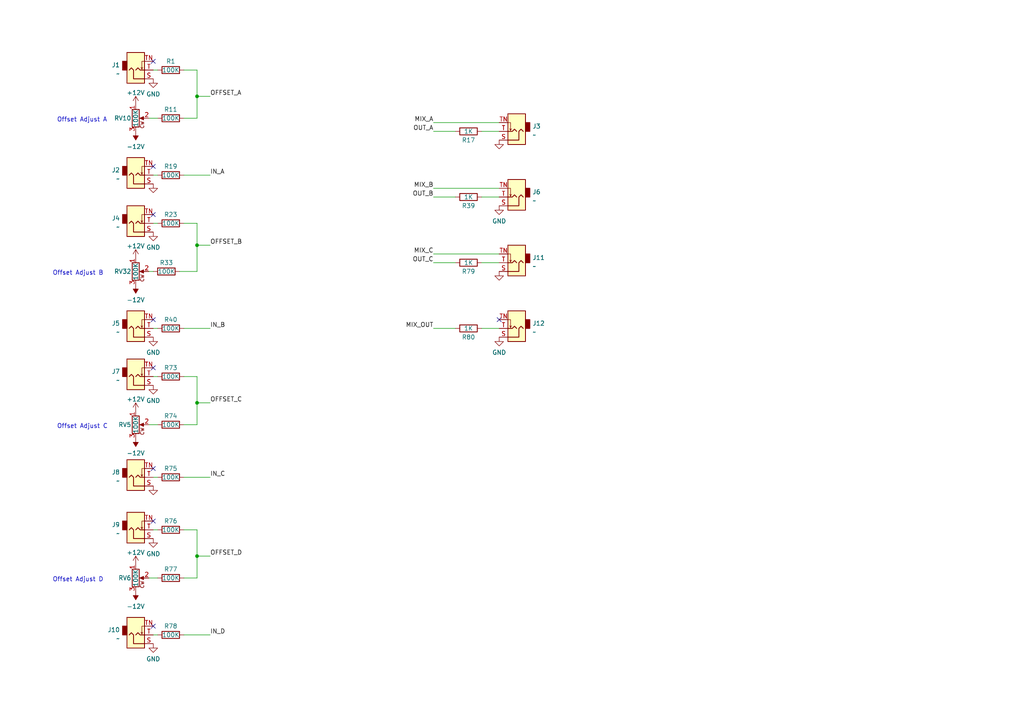
<source format=kicad_sch>
(kicad_sch (version 20211123) (generator eeschema)
  (paper "A4")
  (lib_symbols
    (symbol "Connector:AudioJack2_SwitchT"
      (property "Reference" "J" (at 0 8.89 0))
      (property "Value" "AudioJack2_SwitchT" (at 0 6.35 0))
      (symbol "AudioJack2_SwitchT_0_1"
        (rectangle (start -2.54 0) (end -3.81 -2.54) (stroke (width 0.254)) (fill (type outline)))
        (polyline (pts (xy 1.778 -0.254) (xy 2.032 -0.762)))
        (polyline (pts (xy 0 0) (xy 0.635 -0.635) (xy 1.27 0) (xy 2.54 0)) (stroke (width 0.254)))
        (polyline (pts (xy 2.54 -2.54) (xy 1.778 -2.54) (xy 1.778 -0.254) (xy 1.524 -0.762)))
        (polyline (pts (xy 2.54 2.54) (xy -0.635 2.54) (xy -0.635 0) (xy -1.27 -0.635) (xy -1.905 0)) (stroke (width 0.254)))
        (rectangle (start 2.54 3.81) (end -2.54 -5.08) (stroke (width 0.254)) (fill (type background)))
      )
      (symbol "AudioJack2_SwitchT_1_1"
        (pin passive line (at 5.08 2.54 180) (length 2.54) (name "~") (number "S"))
        (pin passive line (at 5.08 0 180) (length 2.54) (name "~") (number "T"))
        (pin passive line (at 5.08 -2.54 180) (length 2.54) (name "~") (number "TN"))
      )
    )
    (symbol "Device:R" (pin_numbers hide) (pin_names (offset 0))
      (property "Reference" "R" (at 2.032 0 90))
      (property "Value" "R" (at 0 0 90))
      (symbol "R_0_1"
        (rectangle (start -1.016 -2.54) (end 1.016 2.54) (stroke (width 0.254)))
      )
      (symbol "R_1_1"
        (pin passive line (at 0 3.81 270) (length 1.27) (name "~") (number "1"))
        (pin passive line (at 0 -3.81 90) (length 1.27) (name "~") (number "2"))
      )
    )
    (symbol "Eurorack:Alpha_Pot" (pin_names (offset 1.016) hide)
      (property "Reference" "RV" (at -4.445 0 90))
      (property "Value" "Alpha_Pot" (at -2.54 0 90))
      (symbol "Alpha_Pot_0_0"
        (text "CW" (at 1.905 -1.905 900) (effects (font (size 1 1))))
      )
      (symbol "Alpha_Pot_0_1"
        (polyline (pts (xy 2.54 0) (xy 1.524 0)))
        (polyline (pts (xy 1.143 0) (xy 2.286 0.508) (xy 2.286 -0.508) (xy 1.143 0)) (fill (type outline)))
        (rectangle (start 1.016 2.54) (end -1.016 -2.54) (stroke (width 0.254)))
      )
      (symbol "Alpha_Pot_1_1"
        (pin passive line (at 0 3.81 270) (length 1.27) (name "1") (number "1"))
        (pin passive line (at 3.81 0 180) (length 1.27) (name "2") (number "2"))
        (pin passive line (at 0 -3.81 90) (length 1.27) (name "3") (number "3"))
      )
    )
    (symbol "power:+12V" (power) (pin_names (offset 0))
      (property "Value" "+12V" (at 0 3.556 0))
      (symbol "+12V_0_1"
        (polyline (pts (xy -0.762 1.27) (xy 0 2.54)))
        (polyline (pts (xy 0 0) (xy 0 2.54)))
        (polyline (pts (xy 0 2.54) (xy 0.762 1.27)))
      )
      (symbol "+12V_1_1"
        (pin power_in line (at 0 0 90) (length 0) hide (name "+12V") (number "1"))
      )
    )
    (symbol "power:-12V" (power) (pin_names (offset 0))
      (property "Value" "-12V" (at 0 3.81 0))
      (symbol "-12V_0_0"
        (pin power_in line (at 0 0 90) (length 0) hide (name "-12V") (number "1"))
      )
      (symbol "-12V_0_1"
        (polyline (pts (xy 0 0) (xy 0 1.27) (xy 0.762 1.27) (xy 0 2.54) (xy -0.762 1.27) (xy 0 1.27)) (fill (type outline)))
      )
    )
    (symbol "power:GND" (power) (pin_names (offset 0))
      (property "Value" "GND" (at 0 -3.81 0))
      (symbol "GND_0_1"
        (polyline (pts (xy 0 0) (xy 0 -1.27) (xy 1.27 -1.27) (xy 0 -2.54) (xy -1.27 -1.27) (xy 0 -1.27)))
      )
      (symbol "GND_1_1"
        (pin power_in line (at 0 0 270) (length 0) hide (name "GND") (number "1"))
      )
    )
  )
  (junction (at 57.15 116.84))
  (junction (at 57.15 161.29))
  (junction (at 57.15 27.94))
  (junction (at 57.15 71.12))
  (no_connect (at 44.45 106.68))
  (no_connect (at 44.45 48.26))
  (no_connect (at 44.45 17.78))
  (no_connect (at 44.45 62.23))
  (no_connect (at 44.45 181.61))
  (no_connect (at 144.78 92.71))
  (no_connect (at 44.45 151.13))
  (no_connect (at 44.45 92.71))
  (no_connect (at 44.45 135.89))
  (wire (pts (xy 132.08 57.15) (xy 125.73 57.15)))
  (wire (pts (xy 44.45 20.32) (xy 45.72 20.32)))
  (wire (pts (xy 57.15 71.12) (xy 57.15 78.74)))
  (wire (pts (xy 139.7 76.2) (xy 144.78 76.2)))
  (wire (pts (xy 43.18 167.64) (xy 45.72 167.64)))
  (wire (pts (xy 57.15 20.32) (xy 57.15 27.94)))
  (wire (pts (xy 57.15 64.77) (xy 53.34 64.77)))
  (wire (pts (xy 44.45 109.22) (xy 45.72 109.22)))
  (wire (pts (xy 132.08 38.1) (xy 125.73 38.1)))
  (wire (pts (xy 44.45 50.8) (xy 45.72 50.8)))
  (wire (pts (xy 43.18 123.19) (xy 45.72 123.19)))
  (wire (pts (xy 132.08 76.2) (xy 125.73 76.2)))
  (wire (pts (xy 60.96 184.15) (xy 53.34 184.15)))
  (wire (pts (xy 125.73 54.61) (xy 144.78 54.61)))
  (wire (pts (xy 57.15 27.94) (xy 57.15 34.29)))
  (wire (pts (xy 139.7 38.1) (xy 144.78 38.1)))
  (wire (pts (xy 45.72 64.77) (xy 44.45 64.77)))
  (wire (pts (xy 44.45 153.67) (xy 45.72 153.67)))
  (wire (pts (xy 57.15 34.29) (xy 53.34 34.29)))
  (wire (pts (xy 44.45 95.25) (xy 45.72 95.25)))
  (wire (pts (xy 57.15 71.12) (xy 60.96 71.12)))
  (wire (pts (xy 57.15 161.29) (xy 57.15 167.64)))
  (wire (pts (xy 57.15 161.29) (xy 60.96 161.29)))
  (wire (pts (xy 139.7 57.15) (xy 144.78 57.15)))
  (wire (pts (xy 57.15 123.19) (xy 53.34 123.19)))
  (wire (pts (xy 57.15 27.94) (xy 60.96 27.94)))
  (wire (pts (xy 44.45 138.43) (xy 45.72 138.43)))
  (wire (pts (xy 44.45 184.15) (xy 45.72 184.15)))
  (wire (pts (xy 125.73 73.66) (xy 144.78 73.66)))
  (wire (pts (xy 60.96 138.43) (xy 53.34 138.43)))
  (wire (pts (xy 57.15 116.84) (xy 57.15 123.19)))
  (wire (pts (xy 57.15 20.32) (xy 53.34 20.32)))
  (wire (pts (xy 125.73 35.56) (xy 144.78 35.56)))
  (wire (pts (xy 57.15 153.67) (xy 57.15 161.29)))
  (wire (pts (xy 57.15 109.22) (xy 57.15 116.84)))
  (wire (pts (xy 60.96 95.25) (xy 53.34 95.25)))
  (wire (pts (xy 132.08 95.25) (xy 125.73 95.25)))
  (wire (pts (xy 57.15 109.22) (xy 53.34 109.22)))
  (wire (pts (xy 57.15 116.84) (xy 60.96 116.84)))
  (wire (pts (xy 52.07 78.74) (xy 57.15 78.74)))
  (wire (pts (xy 53.34 167.64) (xy 57.15 167.64)))
  (wire (pts (xy 43.18 78.74) (xy 44.45 78.74)))
  (wire (pts (xy 53.34 153.67) (xy 57.15 153.67)))
  (wire (pts (xy 60.96 50.8) (xy 53.34 50.8)))
  (wire (pts (xy 139.7 95.25) (xy 144.78 95.25)))
  (wire (pts (xy 43.18 34.29) (xy 45.72 34.29)))
  (wire (pts (xy 57.15 64.77) (xy 57.15 71.12)))
  (text "Offset Adjust D" (at 15.24 168.91 0) (effects (font (size 1.27 1.27)) (justify left bottom)))
  (text "Offset Adjust C" (at 16.51 124.46 0) (effects (font (size 1.27 1.27)) (justify left bottom)))
  (text "Offset Adjust B" (at 15.24 80.01 0) (effects (font (size 1.27 1.27)) (justify left bottom)))
  (text "Offset Adjust A" (at 16.51 35.56 0) (effects (font (size 1.27 1.27)) (justify left bottom)))
  (label "OFFSET_A" (at 60.96 27.94 0))
  (label "MIX_OUT" (at 125.73 95.25 180))
  (label "OFFSET_D" (at 60.96 161.29 0))
  (label "IN_A" (at 60.96 50.8 0))
  (label "MIX_A" (at 125.73 35.56 180))
  (label "OUT_A" (at 125.73 38.1 180))
  (label "MIX_B" (at 125.73 54.61 180))
  (label "OUT_C" (at 125.73 76.2 180))
  (label "OFFSET_C" (at 60.96 116.84 0))
  (label "IN_D" (at 60.96 184.15 0))
  (label "IN_B" (at 60.96 95.25 0))
  (label "MIX_C" (at 125.73 73.66 180))
  (label "IN_C" (at 60.96 138.43 0))
  (label "OFFSET_B" (at 60.96 71.12 0))
  (label "OUT_B" (at 125.73 57.15 180))
  (symbol (lib_id "Device:R") (at 49.53 153.67 90) (unit 1)
    (property "Reference" "R76" (at 49.53 151.13 90))
    (property "Value" "100K" (at 49.53 153.67 90))
  )
  (symbol (lib_id "Device:R") (at 48.26 78.74 90) (unit 1)
    (property "Reference" "R33" (at 48.26 76.2 90))
    (property "Value" "100K" (at 48.26 78.74 90))
  )
  (symbol (lib_id "Connector:AudioJack2_SwitchT") (at 149.86 38.1 180) (unit 1)
    (property "Reference" "J3" (at 154.432 36.6303 0) (effects (justify right)))
    (property "Value" "~" (at 154.432 39.1672 0) (effects (justify right)))
    (property "Footprint" "SamacSys_Parts:Thonkiconn" (effects hide))
  )
  (symbol (lib_id "Connector:AudioJack2_SwitchT") (at 39.37 109.22 0) (mirror x) (unit 1)
    (property "Reference" "J7" (at 34.7981 107.7503 0) (effects (justify right)))
    (property "Value" "~" (at 34.7981 110.2872 0) (effects (justify right)))
    (property "Footprint" "SamacSys_Parts:Thonkiconn" (effects hide))
  )
  (symbol (lib_id "power:GND") (at 144.78 78.74 0) (mirror y) (unit 1)
    (property "Reference" "#PWR0181" (effects hide))
    (property "Value" "GND" (effects hide))
  )
  (symbol (lib_id "Device:R") (at 49.53 95.25 90) (unit 1)
    (property "Reference" "R40" (at 49.53 92.71 90))
    (property "Value" "100K" (at 49.53 95.25 90))
  )
  (symbol (lib_id "power:GND") (at 144.78 97.79 0) (mirror y) (unit 1)
    (property "Reference" "#PWR0182" (effects hide))
    (property "Value" "~" (at 144.78 102.2334 0))
  )
  (symbol (lib_id "power:GND") (at 44.45 111.76 0) (unit 1)
    (property "Reference" "#PWR0183" (effects hide))
    (property "Value" "~" (at 44.45 116.2034 0))
  )
  (symbol (lib_id "power:+12V") (at 39.37 74.93 0) (unit 1)
    (property "Reference" "#PWR0142" (effects hide))
    (property "Value" "+12V" (at 39.37 71.3542 0))
  )
  (symbol (lib_id "power:GND") (at 44.45 67.31 0) (unit 1)
    (property "Reference" "#PWR0139" (effects hide))
    (property "Value" "~" (at 44.45 71.7534 0))
  )
  (symbol (lib_id "power:GND") (at 144.78 59.69 0) (mirror y) (unit 1)
    (property "Reference" "#PWR0136" (effects hide))
    (property "Value" "~" (at 144.78 64.1334 0))
  )
  (symbol (lib_id "Connector:AudioJack2_SwitchT") (at 39.37 64.77 0) (mirror x) (unit 1)
    (property "Reference" "J4" (at 34.7981 63.3003 0) (effects (justify right)))
    (property "Value" "~" (at 34.7981 65.8372 0) (effects (justify right)))
  )
  (symbol (lib_id "Device:R") (at 49.53 50.8 90) (unit 1)
    (property "Reference" "R19" (at 49.53 48.26 90))
    (property "Value" "100K" (at 49.53 50.8 90))
  )
  (symbol (lib_id "Device:R") (at 49.53 64.77 90) (unit 1)
    (property "Reference" "R23" (at 49.53 62.23 90))
    (property "Value" "100K" (at 49.53 64.77 90))
  )
  (symbol (lib_id "power:GND") (at 144.78 40.64 0) (mirror y) (unit 1)
    (property "Reference" "#PWR0121" (effects hide))
    (property "Value" "GND" (effects hide))
  )
  (symbol (lib_id "power:-12V") (at 39.37 38.1 180) (unit 1)
    (property "Reference" "#PWR0123" (effects hide))
    (property "Value" "-12V" (at 39.37 42.5434 0))
  )
  (symbol (lib_id "power:+12V") (at 39.37 30.48 0) (unit 1)
    (property "Reference" "#PWR0119" (effects hide))
    (property "Value" "+12V" (at 39.37 26.9042 0))
  )
  (symbol (lib_id "Connector:AudioJack2_SwitchT") (at 39.37 95.25 0) (mirror x) (unit 1)
    (property "Reference" "J5" (at 34.7981 93.7803 0) (effects (justify right)))
    (property "Value" "~" (at 34.7981 96.3172 0) (effects (justify right)))
  )
  (symbol (lib_id "power:+12V") (at 39.37 163.83 0) (unit 1)
    (property "Reference" "#PWR0188" (effects hide))
    (property "Value" "+12V" (at 39.37 160.2542 0))
  )
  (symbol (lib_id "Device:R") (at 135.89 38.1 270) (unit 1)
    (property "Reference" "R17" (at 135.89 40.64 90))
    (property "Value" "1K" (at 135.89 38.1 90))
  )
  (symbol (lib_id "Connector:AudioJack2_SwitchT") (at 149.86 57.15 180) (unit 1)
    (property "Reference" "J6" (at 154.432 55.6803 0) (effects (justify right)))
    (property "Value" "~" (at 154.432 58.2172 0) (effects (justify right)))
  )
  (symbol (lib_id "Connector:AudioJack2_SwitchT") (at 149.86 95.25 180) (unit 1)
    (property "Reference" "J12" (at 154.432 93.7803 0) (effects (justify right)))
    (property "Value" "~" (at 154.432 96.3172 0) (effects (justify right)))
  )
  (symbol (lib_id "Connector:AudioJack2_SwitchT") (at 39.37 138.43 0) (mirror x) (unit 1)
    (property "Reference" "J8" (at 34.7981 136.9603 0) (effects (justify right)))
    (property "Value" "~" (at 34.7981 139.4972 0) (effects (justify right)))
  )
  (symbol (lib_id "Connector:AudioJack2_SwitchT") (at 149.86 76.2 180) (unit 1)
    (property "Reference" "J11" (at 154.432 74.7303 0) (effects (justify right)))
    (property "Value" "~" (at 154.432 77.2672 0) (effects (justify right)))
    (property "Footprint" "SamacSys_Parts:Thonkiconn" (effects hide))
  )
  (symbol (lib_id "Connector:AudioJack2_SwitchT") (at 39.37 50.8 0) (mirror x) (unit 1)
    (property "Reference" "J2" (at 34.7981 49.3303 0) (effects (justify right)))
    (property "Value" "~" (at 34.7981 51.8672 0) (effects (justify right)))
  )
  (symbol (lib_id "Device:R") (at 49.53 123.19 90) (unit 1)
    (property "Reference" "R74" (at 49.53 120.65 90))
    (property "Value" "100K" (at 49.53 123.19 90))
  )
  (symbol (lib_id "Eurorack:Alpha_Pot") (at 39.37 78.74 0) (unit 1)
    (property "Reference" "RV32" (at 38.1 78.74 0) (effects (justify right)))
    (property "Value" "100K" (at 39.37 76.2 90) (effects (justify right)))
  )
  (symbol (lib_id "power:-12V") (at 39.37 127 180) (unit 1)
    (property "Reference" "#PWR0185" (effects hide))
    (property "Value" "-12V" (at 39.37 131.4434 0))
  )
  (symbol (lib_id "power:-12V") (at 39.37 82.55 180) (unit 1)
    (property "Reference" "#PWR0141" (effects hide))
    (property "Value" "-12V" (at 39.37 86.9934 0))
  )
  (symbol (lib_id "Connector:AudioJack2_SwitchT") (at 39.37 184.15 0) (mirror x) (unit 1)
    (property "Reference" "J10" (at 34.7981 182.6803 0) (effects (justify right)))
    (property "Value" "~" (at 34.7981 185.2172 0) (effects (justify right)))
  )
  (symbol (lib_id "Device:R") (at 135.89 95.25 270) (unit 1)
    (property "Reference" "R80" (at 135.89 97.79 90))
    (property "Value" "1K" (at 135.89 95.25 90))
  )
  (symbol (lib_id "Eurorack:Alpha_Pot") (at 39.37 167.64 0) (unit 1)
    (property "Reference" "RV6" (at 38.1 167.64 0) (effects (justify right)))
    (property "Value" "100K" (at 39.37 165.1 90) (effects (justify right)))
  )
  (symbol (lib_id "Device:R") (at 49.53 20.32 90) (unit 1)
    (property "Reference" "R1" (at 49.53 17.78 90))
    (property "Value" "100K" (at 49.53 20.32 90))
  )
  (symbol (lib_id "Eurorack:Alpha_Pot") (at 39.37 34.29 0) (unit 1)
    (property "Reference" "RV10" (at 38.1 34.29 0) (effects (justify right)))
    (property "Value" "100K" (at 39.37 31.75 90) (effects (justify right)))
  )
  (symbol (lib_id "Device:R") (at 49.53 138.43 90) (unit 1)
    (property "Reference" "R75" (at 49.53 135.89 90))
    (property "Value" "100K" (at 49.53 138.43 90))
  )
  (symbol (lib_id "power:GND") (at 44.45 22.86 0) (unit 1)
    (property "Reference" "#PWR0120" (effects hide))
    (property "Value" "~" (at 44.45 27.3034 0))
  )
  (symbol (lib_id "power:GND") (at 44.45 140.97 0) (unit 1)
    (property "Reference" "#PWR0186" (effects hide))
    (property "Value" "GND" (effects hide))
  )
  (symbol (lib_id "power:GND") (at 44.45 97.79 0) (unit 1)
    (property "Reference" "#PWR0133" (effects hide))
    (property "Value" "~" (at 44.45 102.2334 0))
  )
  (symbol (lib_id "Device:R") (at 49.53 184.15 90) (unit 1)
    (property "Reference" "R78" (at 49.53 181.61 90))
    (property "Value" "100K" (at 49.53 184.15 90))
  )
  (symbol (lib_id "power:GND") (at 44.45 53.34 0) (unit 1)
    (property "Reference" "#PWR0124" (effects hide))
    (property "Value" "GND" (effects hide))
  )
  (symbol (lib_id "Connector:AudioJack2_SwitchT") (at 39.37 153.67 0) (mirror x) (unit 1)
    (property "Reference" "J9" (at 34.7981 152.2003 0) (effects (justify right)))
    (property "Value" "~" (at 34.7981 154.7372 0) (effects (justify right)))
  )
  (symbol (lib_id "power:-12V") (at 39.37 171.45 180) (unit 1)
    (property "Reference" "#PWR0189" (effects hide))
    (property "Value" "-12V" (at 39.37 175.8934 0))
  )
  (symbol (lib_id "power:GND") (at 44.45 156.21 0) (unit 1)
    (property "Reference" "#PWR0187" (effects hide))
    (property "Value" "~" (at 44.45 160.6534 0))
  )
  (symbol (lib_id "power:GND") (at 44.45 186.69 0) (unit 1)
    (property "Reference" "#PWR0190" (effects hide))
    (property "Value" "~" (at 44.45 191.1334 0))
  )
  (symbol (lib_id "Eurorack:Alpha_Pot") (at 39.37 123.19 0) (unit 1)
    (property "Reference" "RV5" (at 38.1 123.19 0) (effects (justify right)))
    (property "Value" "100K" (at 39.37 120.65 90) (effects (justify right)))
  )
  (symbol (lib_id "Device:R") (at 49.53 34.29 90) (unit 1)
    (property "Reference" "R11" (at 49.53 31.75 90))
    (property "Value" "100K" (at 49.53 34.29 90))
  )
  (symbol (lib_id "Device:R") (at 49.53 109.22 90) (unit 1)
    (property "Reference" "R73" (at 49.53 106.68 90))
    (property "Value" "100K" (at 49.53 109.22 90))
  )
  (symbol (lib_id "Connector:AudioJack2_SwitchT") (at 39.37 20.32 0) (mirror x) (unit 1)
    (property "Reference" "J1" (at 34.7981 18.8503 0) (effects (justify right)))
    (property "Value" "~" (at 34.7981 21.3872 0) (effects (justify right)))
    (property "Footprint" "SamacSys_Parts:Thonkiconn" (effects hide))
  )
  (symbol (lib_id "Device:R") (at 49.53 167.64 90) (unit 1)
    (property "Reference" "R77" (at 49.53 165.1 90))
    (property "Value" "100K" (at 49.53 167.64 90))
  )
  (symbol (lib_id "Device:R") (at 135.89 57.15 270) (unit 1)
    (property "Reference" "R39" (at 135.89 59.69 90))
    (property "Value" "1K" (at 135.89 57.15 90))
  )
  (symbol (lib_id "Device:R") (at 135.89 76.2 270) (unit 1)
    (property "Reference" "R79" (at 135.89 78.74 90))
    (property "Value" "1K" (at 135.89 76.2 90))
  )
  (symbol (lib_id "power:+12V") (at 39.37 119.38 0) (unit 1)
    (property "Reference" "#PWR0184" (effects hide))
    (property "Value" "+12V" (at 39.37 115.8042 0))
  )
)
</source>
